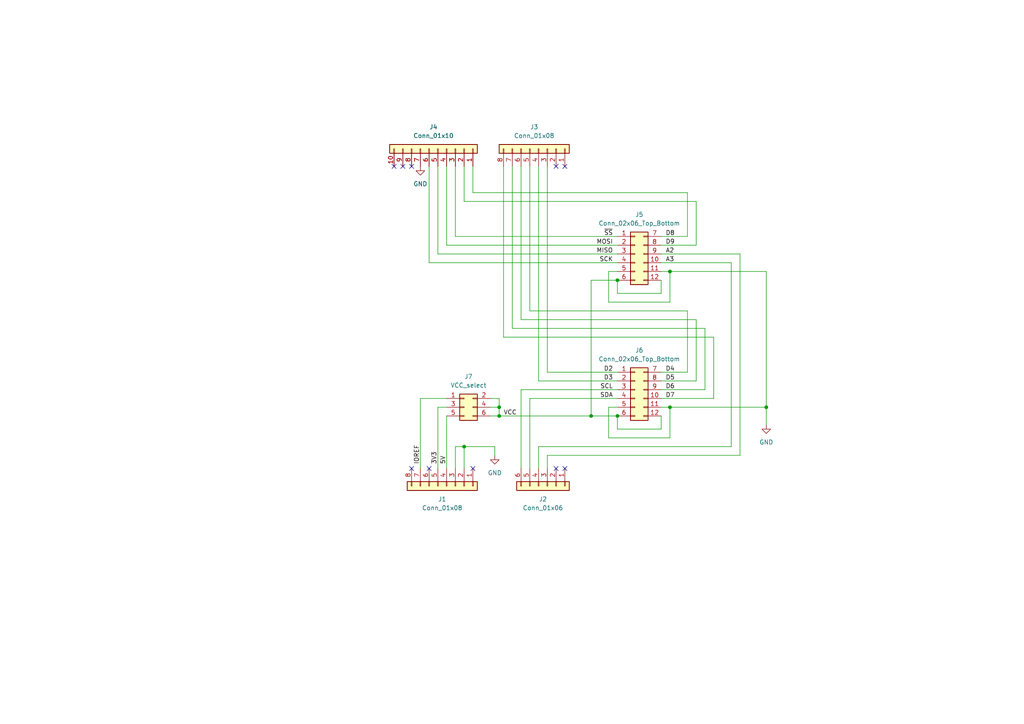
<source format=kicad_sch>
(kicad_sch (version 20211123) (generator eeschema)

  (uuid cce1404b-fc30-47cc-b852-e0061990f2bb)

  (paper "A4")

  (lib_symbols
    (symbol "Connector_Generic:Conn_01x06" (pin_names (offset 1.016) hide) (in_bom yes) (on_board yes)
      (property "Reference" "J" (id 0) (at 0 7.62 0)
        (effects (font (size 1.27 1.27)))
      )
      (property "Value" "Conn_01x06" (id 1) (at 0 -10.16 0)
        (effects (font (size 1.27 1.27)))
      )
      (property "Footprint" "" (id 2) (at 0 0 0)
        (effects (font (size 1.27 1.27)) hide)
      )
      (property "Datasheet" "~" (id 3) (at 0 0 0)
        (effects (font (size 1.27 1.27)) hide)
      )
      (property "ki_keywords" "connector" (id 4) (at 0 0 0)
        (effects (font (size 1.27 1.27)) hide)
      )
      (property "ki_description" "Generic connector, single row, 01x06, script generated (kicad-library-utils/schlib/autogen/connector/)" (id 5) (at 0 0 0)
        (effects (font (size 1.27 1.27)) hide)
      )
      (property "ki_fp_filters" "Connector*:*_1x??_*" (id 6) (at 0 0 0)
        (effects (font (size 1.27 1.27)) hide)
      )
      (symbol "Conn_01x06_1_1"
        (rectangle (start -1.27 -7.493) (end 0 -7.747)
          (stroke (width 0.1524) (type default) (color 0 0 0 0))
          (fill (type none))
        )
        (rectangle (start -1.27 -4.953) (end 0 -5.207)
          (stroke (width 0.1524) (type default) (color 0 0 0 0))
          (fill (type none))
        )
        (rectangle (start -1.27 -2.413) (end 0 -2.667)
          (stroke (width 0.1524) (type default) (color 0 0 0 0))
          (fill (type none))
        )
        (rectangle (start -1.27 0.127) (end 0 -0.127)
          (stroke (width 0.1524) (type default) (color 0 0 0 0))
          (fill (type none))
        )
        (rectangle (start -1.27 2.667) (end 0 2.413)
          (stroke (width 0.1524) (type default) (color 0 0 0 0))
          (fill (type none))
        )
        (rectangle (start -1.27 5.207) (end 0 4.953)
          (stroke (width 0.1524) (type default) (color 0 0 0 0))
          (fill (type none))
        )
        (rectangle (start -1.27 6.35) (end 1.27 -8.89)
          (stroke (width 0.254) (type default) (color 0 0 0 0))
          (fill (type background))
        )
        (pin passive line (at -5.08 5.08 0) (length 3.81)
          (name "Pin_1" (effects (font (size 1.27 1.27))))
          (number "1" (effects (font (size 1.27 1.27))))
        )
        (pin passive line (at -5.08 2.54 0) (length 3.81)
          (name "Pin_2" (effects (font (size 1.27 1.27))))
          (number "2" (effects (font (size 1.27 1.27))))
        )
        (pin passive line (at -5.08 0 0) (length 3.81)
          (name "Pin_3" (effects (font (size 1.27 1.27))))
          (number "3" (effects (font (size 1.27 1.27))))
        )
        (pin passive line (at -5.08 -2.54 0) (length 3.81)
          (name "Pin_4" (effects (font (size 1.27 1.27))))
          (number "4" (effects (font (size 1.27 1.27))))
        )
        (pin passive line (at -5.08 -5.08 0) (length 3.81)
          (name "Pin_5" (effects (font (size 1.27 1.27))))
          (number "5" (effects (font (size 1.27 1.27))))
        )
        (pin passive line (at -5.08 -7.62 0) (length 3.81)
          (name "Pin_6" (effects (font (size 1.27 1.27))))
          (number "6" (effects (font (size 1.27 1.27))))
        )
      )
    )
    (symbol "Connector_Generic:Conn_01x08" (pin_names (offset 1.016) hide) (in_bom yes) (on_board yes)
      (property "Reference" "J" (id 0) (at 0 10.16 0)
        (effects (font (size 1.27 1.27)))
      )
      (property "Value" "Conn_01x08" (id 1) (at 0 -12.7 0)
        (effects (font (size 1.27 1.27)))
      )
      (property "Footprint" "" (id 2) (at 0 0 0)
        (effects (font (size 1.27 1.27)) hide)
      )
      (property "Datasheet" "~" (id 3) (at 0 0 0)
        (effects (font (size 1.27 1.27)) hide)
      )
      (property "ki_keywords" "connector" (id 4) (at 0 0 0)
        (effects (font (size 1.27 1.27)) hide)
      )
      (property "ki_description" "Generic connector, single row, 01x08, script generated (kicad-library-utils/schlib/autogen/connector/)" (id 5) (at 0 0 0)
        (effects (font (size 1.27 1.27)) hide)
      )
      (property "ki_fp_filters" "Connector*:*_1x??_*" (id 6) (at 0 0 0)
        (effects (font (size 1.27 1.27)) hide)
      )
      (symbol "Conn_01x08_1_1"
        (rectangle (start -1.27 -10.033) (end 0 -10.287)
          (stroke (width 0.1524) (type default) (color 0 0 0 0))
          (fill (type none))
        )
        (rectangle (start -1.27 -7.493) (end 0 -7.747)
          (stroke (width 0.1524) (type default) (color 0 0 0 0))
          (fill (type none))
        )
        (rectangle (start -1.27 -4.953) (end 0 -5.207)
          (stroke (width 0.1524) (type default) (color 0 0 0 0))
          (fill (type none))
        )
        (rectangle (start -1.27 -2.413) (end 0 -2.667)
          (stroke (width 0.1524) (type default) (color 0 0 0 0))
          (fill (type none))
        )
        (rectangle (start -1.27 0.127) (end 0 -0.127)
          (stroke (width 0.1524) (type default) (color 0 0 0 0))
          (fill (type none))
        )
        (rectangle (start -1.27 2.667) (end 0 2.413)
          (stroke (width 0.1524) (type default) (color 0 0 0 0))
          (fill (type none))
        )
        (rectangle (start -1.27 5.207) (end 0 4.953)
          (stroke (width 0.1524) (type default) (color 0 0 0 0))
          (fill (type none))
        )
        (rectangle (start -1.27 7.747) (end 0 7.493)
          (stroke (width 0.1524) (type default) (color 0 0 0 0))
          (fill (type none))
        )
        (rectangle (start -1.27 8.89) (end 1.27 -11.43)
          (stroke (width 0.254) (type default) (color 0 0 0 0))
          (fill (type background))
        )
        (pin passive line (at -5.08 7.62 0) (length 3.81)
          (name "Pin_1" (effects (font (size 1.27 1.27))))
          (number "1" (effects (font (size 1.27 1.27))))
        )
        (pin passive line (at -5.08 5.08 0) (length 3.81)
          (name "Pin_2" (effects (font (size 1.27 1.27))))
          (number "2" (effects (font (size 1.27 1.27))))
        )
        (pin passive line (at -5.08 2.54 0) (length 3.81)
          (name "Pin_3" (effects (font (size 1.27 1.27))))
          (number "3" (effects (font (size 1.27 1.27))))
        )
        (pin passive line (at -5.08 0 0) (length 3.81)
          (name "Pin_4" (effects (font (size 1.27 1.27))))
          (number "4" (effects (font (size 1.27 1.27))))
        )
        (pin passive line (at -5.08 -2.54 0) (length 3.81)
          (name "Pin_5" (effects (font (size 1.27 1.27))))
          (number "5" (effects (font (size 1.27 1.27))))
        )
        (pin passive line (at -5.08 -5.08 0) (length 3.81)
          (name "Pin_6" (effects (font (size 1.27 1.27))))
          (number "6" (effects (font (size 1.27 1.27))))
        )
        (pin passive line (at -5.08 -7.62 0) (length 3.81)
          (name "Pin_7" (effects (font (size 1.27 1.27))))
          (number "7" (effects (font (size 1.27 1.27))))
        )
        (pin passive line (at -5.08 -10.16 0) (length 3.81)
          (name "Pin_8" (effects (font (size 1.27 1.27))))
          (number "8" (effects (font (size 1.27 1.27))))
        )
      )
    )
    (symbol "Connector_Generic:Conn_01x10" (pin_names (offset 1.016) hide) (in_bom yes) (on_board yes)
      (property "Reference" "J" (id 0) (at 0 12.7 0)
        (effects (font (size 1.27 1.27)))
      )
      (property "Value" "Conn_01x10" (id 1) (at 0 -15.24 0)
        (effects (font (size 1.27 1.27)))
      )
      (property "Footprint" "" (id 2) (at 0 0 0)
        (effects (font (size 1.27 1.27)) hide)
      )
      (property "Datasheet" "~" (id 3) (at 0 0 0)
        (effects (font (size 1.27 1.27)) hide)
      )
      (property "ki_keywords" "connector" (id 4) (at 0 0 0)
        (effects (font (size 1.27 1.27)) hide)
      )
      (property "ki_description" "Generic connector, single row, 01x10, script generated (kicad-library-utils/schlib/autogen/connector/)" (id 5) (at 0 0 0)
        (effects (font (size 1.27 1.27)) hide)
      )
      (property "ki_fp_filters" "Connector*:*_1x??_*" (id 6) (at 0 0 0)
        (effects (font (size 1.27 1.27)) hide)
      )
      (symbol "Conn_01x10_1_1"
        (rectangle (start -1.27 -12.573) (end 0 -12.827)
          (stroke (width 0.1524) (type default) (color 0 0 0 0))
          (fill (type none))
        )
        (rectangle (start -1.27 -10.033) (end 0 -10.287)
          (stroke (width 0.1524) (type default) (color 0 0 0 0))
          (fill (type none))
        )
        (rectangle (start -1.27 -7.493) (end 0 -7.747)
          (stroke (width 0.1524) (type default) (color 0 0 0 0))
          (fill (type none))
        )
        (rectangle (start -1.27 -4.953) (end 0 -5.207)
          (stroke (width 0.1524) (type default) (color 0 0 0 0))
          (fill (type none))
        )
        (rectangle (start -1.27 -2.413) (end 0 -2.667)
          (stroke (width 0.1524) (type default) (color 0 0 0 0))
          (fill (type none))
        )
        (rectangle (start -1.27 0.127) (end 0 -0.127)
          (stroke (width 0.1524) (type default) (color 0 0 0 0))
          (fill (type none))
        )
        (rectangle (start -1.27 2.667) (end 0 2.413)
          (stroke (width 0.1524) (type default) (color 0 0 0 0))
          (fill (type none))
        )
        (rectangle (start -1.27 5.207) (end 0 4.953)
          (stroke (width 0.1524) (type default) (color 0 0 0 0))
          (fill (type none))
        )
        (rectangle (start -1.27 7.747) (end 0 7.493)
          (stroke (width 0.1524) (type default) (color 0 0 0 0))
          (fill (type none))
        )
        (rectangle (start -1.27 10.287) (end 0 10.033)
          (stroke (width 0.1524) (type default) (color 0 0 0 0))
          (fill (type none))
        )
        (rectangle (start -1.27 11.43) (end 1.27 -13.97)
          (stroke (width 0.254) (type default) (color 0 0 0 0))
          (fill (type background))
        )
        (pin passive line (at -5.08 10.16 0) (length 3.81)
          (name "Pin_1" (effects (font (size 1.27 1.27))))
          (number "1" (effects (font (size 1.27 1.27))))
        )
        (pin passive line (at -5.08 -12.7 0) (length 3.81)
          (name "Pin_10" (effects (font (size 1.27 1.27))))
          (number "10" (effects (font (size 1.27 1.27))))
        )
        (pin passive line (at -5.08 7.62 0) (length 3.81)
          (name "Pin_2" (effects (font (size 1.27 1.27))))
          (number "2" (effects (font (size 1.27 1.27))))
        )
        (pin passive line (at -5.08 5.08 0) (length 3.81)
          (name "Pin_3" (effects (font (size 1.27 1.27))))
          (number "3" (effects (font (size 1.27 1.27))))
        )
        (pin passive line (at -5.08 2.54 0) (length 3.81)
          (name "Pin_4" (effects (font (size 1.27 1.27))))
          (number "4" (effects (font (size 1.27 1.27))))
        )
        (pin passive line (at -5.08 0 0) (length 3.81)
          (name "Pin_5" (effects (font (size 1.27 1.27))))
          (number "5" (effects (font (size 1.27 1.27))))
        )
        (pin passive line (at -5.08 -2.54 0) (length 3.81)
          (name "Pin_6" (effects (font (size 1.27 1.27))))
          (number "6" (effects (font (size 1.27 1.27))))
        )
        (pin passive line (at -5.08 -5.08 0) (length 3.81)
          (name "Pin_7" (effects (font (size 1.27 1.27))))
          (number "7" (effects (font (size 1.27 1.27))))
        )
        (pin passive line (at -5.08 -7.62 0) (length 3.81)
          (name "Pin_8" (effects (font (size 1.27 1.27))))
          (number "8" (effects (font (size 1.27 1.27))))
        )
        (pin passive line (at -5.08 -10.16 0) (length 3.81)
          (name "Pin_9" (effects (font (size 1.27 1.27))))
          (number "9" (effects (font (size 1.27 1.27))))
        )
      )
    )
    (symbol "Connector_Generic:Conn_02x03_Odd_Even" (pin_names (offset 1.016) hide) (in_bom yes) (on_board yes)
      (property "Reference" "J" (id 0) (at 1.27 5.08 0)
        (effects (font (size 1.27 1.27)))
      )
      (property "Value" "Conn_02x03_Odd_Even" (id 1) (at 1.27 -5.08 0)
        (effects (font (size 1.27 1.27)))
      )
      (property "Footprint" "" (id 2) (at 0 0 0)
        (effects (font (size 1.27 1.27)) hide)
      )
      (property "Datasheet" "~" (id 3) (at 0 0 0)
        (effects (font (size 1.27 1.27)) hide)
      )
      (property "ki_keywords" "connector" (id 4) (at 0 0 0)
        (effects (font (size 1.27 1.27)) hide)
      )
      (property "ki_description" "Generic connector, double row, 02x03, odd/even pin numbering scheme (row 1 odd numbers, row 2 even numbers), script generated (kicad-library-utils/schlib/autogen/connector/)" (id 5) (at 0 0 0)
        (effects (font (size 1.27 1.27)) hide)
      )
      (property "ki_fp_filters" "Connector*:*_2x??_*" (id 6) (at 0 0 0)
        (effects (font (size 1.27 1.27)) hide)
      )
      (symbol "Conn_02x03_Odd_Even_1_1"
        (rectangle (start -1.27 -2.413) (end 0 -2.667)
          (stroke (width 0.1524) (type default) (color 0 0 0 0))
          (fill (type none))
        )
        (rectangle (start -1.27 0.127) (end 0 -0.127)
          (stroke (width 0.1524) (type default) (color 0 0 0 0))
          (fill (type none))
        )
        (rectangle (start -1.27 2.667) (end 0 2.413)
          (stroke (width 0.1524) (type default) (color 0 0 0 0))
          (fill (type none))
        )
        (rectangle (start -1.27 3.81) (end 3.81 -3.81)
          (stroke (width 0.254) (type default) (color 0 0 0 0))
          (fill (type background))
        )
        (rectangle (start 3.81 -2.413) (end 2.54 -2.667)
          (stroke (width 0.1524) (type default) (color 0 0 0 0))
          (fill (type none))
        )
        (rectangle (start 3.81 0.127) (end 2.54 -0.127)
          (stroke (width 0.1524) (type default) (color 0 0 0 0))
          (fill (type none))
        )
        (rectangle (start 3.81 2.667) (end 2.54 2.413)
          (stroke (width 0.1524) (type default) (color 0 0 0 0))
          (fill (type none))
        )
        (pin passive line (at -5.08 2.54 0) (length 3.81)
          (name "Pin_1" (effects (font (size 1.27 1.27))))
          (number "1" (effects (font (size 1.27 1.27))))
        )
        (pin passive line (at 7.62 2.54 180) (length 3.81)
          (name "Pin_2" (effects (font (size 1.27 1.27))))
          (number "2" (effects (font (size 1.27 1.27))))
        )
        (pin passive line (at -5.08 0 0) (length 3.81)
          (name "Pin_3" (effects (font (size 1.27 1.27))))
          (number "3" (effects (font (size 1.27 1.27))))
        )
        (pin passive line (at 7.62 0 180) (length 3.81)
          (name "Pin_4" (effects (font (size 1.27 1.27))))
          (number "4" (effects (font (size 1.27 1.27))))
        )
        (pin passive line (at -5.08 -2.54 0) (length 3.81)
          (name "Pin_5" (effects (font (size 1.27 1.27))))
          (number "5" (effects (font (size 1.27 1.27))))
        )
        (pin passive line (at 7.62 -2.54 180) (length 3.81)
          (name "Pin_6" (effects (font (size 1.27 1.27))))
          (number "6" (effects (font (size 1.27 1.27))))
        )
      )
    )
    (symbol "Connector_Generic:Conn_02x06_Top_Bottom" (pin_names (offset 1.016) hide) (in_bom yes) (on_board yes)
      (property "Reference" "J" (id 0) (at 1.27 7.62 0)
        (effects (font (size 1.27 1.27)))
      )
      (property "Value" "Conn_02x06_Top_Bottom" (id 1) (at 1.27 -10.16 0)
        (effects (font (size 1.27 1.27)))
      )
      (property "Footprint" "" (id 2) (at 0 0 0)
        (effects (font (size 1.27 1.27)) hide)
      )
      (property "Datasheet" "~" (id 3) (at 0 0 0)
        (effects (font (size 1.27 1.27)) hide)
      )
      (property "ki_keywords" "connector" (id 4) (at 0 0 0)
        (effects (font (size 1.27 1.27)) hide)
      )
      (property "ki_description" "Generic connector, double row, 02x06, top/bottom pin numbering scheme (row 1: 1...pins_per_row, row2: pins_per_row+1 ... num_pins), script generated (kicad-library-utils/schlib/autogen/connector/)" (id 5) (at 0 0 0)
        (effects (font (size 1.27 1.27)) hide)
      )
      (property "ki_fp_filters" "Connector*:*_2x??_*" (id 6) (at 0 0 0)
        (effects (font (size 1.27 1.27)) hide)
      )
      (symbol "Conn_02x06_Top_Bottom_1_1"
        (rectangle (start -1.27 -7.493) (end 0 -7.747)
          (stroke (width 0.1524) (type default) (color 0 0 0 0))
          (fill (type none))
        )
        (rectangle (start -1.27 -4.953) (end 0 -5.207)
          (stroke (width 0.1524) (type default) (color 0 0 0 0))
          (fill (type none))
        )
        (rectangle (start -1.27 -2.413) (end 0 -2.667)
          (stroke (width 0.1524) (type default) (color 0 0 0 0))
          (fill (type none))
        )
        (rectangle (start -1.27 0.127) (end 0 -0.127)
          (stroke (width 0.1524) (type default) (color 0 0 0 0))
          (fill (type none))
        )
        (rectangle (start -1.27 2.667) (end 0 2.413)
          (stroke (width 0.1524) (type default) (color 0 0 0 0))
          (fill (type none))
        )
        (rectangle (start -1.27 5.207) (end 0 4.953)
          (stroke (width 0.1524) (type default) (color 0 0 0 0))
          (fill (type none))
        )
        (rectangle (start -1.27 6.35) (end 3.81 -8.89)
          (stroke (width 0.254) (type default) (color 0 0 0 0))
          (fill (type background))
        )
        (rectangle (start 3.81 -7.493) (end 2.54 -7.747)
          (stroke (width 0.1524) (type default) (color 0 0 0 0))
          (fill (type none))
        )
        (rectangle (start 3.81 -4.953) (end 2.54 -5.207)
          (stroke (width 0.1524) (type default) (color 0 0 0 0))
          (fill (type none))
        )
        (rectangle (start 3.81 -2.413) (end 2.54 -2.667)
          (stroke (width 0.1524) (type default) (color 0 0 0 0))
          (fill (type none))
        )
        (rectangle (start 3.81 0.127) (end 2.54 -0.127)
          (stroke (width 0.1524) (type default) (color 0 0 0 0))
          (fill (type none))
        )
        (rectangle (start 3.81 2.667) (end 2.54 2.413)
          (stroke (width 0.1524) (type default) (color 0 0 0 0))
          (fill (type none))
        )
        (rectangle (start 3.81 5.207) (end 2.54 4.953)
          (stroke (width 0.1524) (type default) (color 0 0 0 0))
          (fill (type none))
        )
        (pin passive line (at -5.08 5.08 0) (length 3.81)
          (name "Pin_1" (effects (font (size 1.27 1.27))))
          (number "1" (effects (font (size 1.27 1.27))))
        )
        (pin passive line (at 7.62 -2.54 180) (length 3.81)
          (name "Pin_10" (effects (font (size 1.27 1.27))))
          (number "10" (effects (font (size 1.27 1.27))))
        )
        (pin passive line (at 7.62 -5.08 180) (length 3.81)
          (name "Pin_11" (effects (font (size 1.27 1.27))))
          (number "11" (effects (font (size 1.27 1.27))))
        )
        (pin passive line (at 7.62 -7.62 180) (length 3.81)
          (name "Pin_12" (effects (font (size 1.27 1.27))))
          (number "12" (effects (font (size 1.27 1.27))))
        )
        (pin passive line (at -5.08 2.54 0) (length 3.81)
          (name "Pin_2" (effects (font (size 1.27 1.27))))
          (number "2" (effects (font (size 1.27 1.27))))
        )
        (pin passive line (at -5.08 0 0) (length 3.81)
          (name "Pin_3" (effects (font (size 1.27 1.27))))
          (number "3" (effects (font (size 1.27 1.27))))
        )
        (pin passive line (at -5.08 -2.54 0) (length 3.81)
          (name "Pin_4" (effects (font (size 1.27 1.27))))
          (number "4" (effects (font (size 1.27 1.27))))
        )
        (pin passive line (at -5.08 -5.08 0) (length 3.81)
          (name "Pin_5" (effects (font (size 1.27 1.27))))
          (number "5" (effects (font (size 1.27 1.27))))
        )
        (pin passive line (at -5.08 -7.62 0) (length 3.81)
          (name "Pin_6" (effects (font (size 1.27 1.27))))
          (number "6" (effects (font (size 1.27 1.27))))
        )
        (pin passive line (at 7.62 5.08 180) (length 3.81)
          (name "Pin_7" (effects (font (size 1.27 1.27))))
          (number "7" (effects (font (size 1.27 1.27))))
        )
        (pin passive line (at 7.62 2.54 180) (length 3.81)
          (name "Pin_8" (effects (font (size 1.27 1.27))))
          (number "8" (effects (font (size 1.27 1.27))))
        )
        (pin passive line (at 7.62 0 180) (length 3.81)
          (name "Pin_9" (effects (font (size 1.27 1.27))))
          (number "9" (effects (font (size 1.27 1.27))))
        )
      )
    )
    (symbol "power:GND" (power) (pin_names (offset 0)) (in_bom yes) (on_board yes)
      (property "Reference" "#PWR" (id 0) (at 0 -6.35 0)
        (effects (font (size 1.27 1.27)) hide)
      )
      (property "Value" "GND" (id 1) (at 0 -3.81 0)
        (effects (font (size 1.27 1.27)))
      )
      (property "Footprint" "" (id 2) (at 0 0 0)
        (effects (font (size 1.27 1.27)) hide)
      )
      (property "Datasheet" "" (id 3) (at 0 0 0)
        (effects (font (size 1.27 1.27)) hide)
      )
      (property "ki_keywords" "power-flag" (id 4) (at 0 0 0)
        (effects (font (size 1.27 1.27)) hide)
      )
      (property "ki_description" "Power symbol creates a global label with name \"GND\" , ground" (id 5) (at 0 0 0)
        (effects (font (size 1.27 1.27)) hide)
      )
      (symbol "GND_0_1"
        (polyline
          (pts
            (xy 0 0)
            (xy 0 -1.27)
            (xy 1.27 -1.27)
            (xy 0 -2.54)
            (xy -1.27 -1.27)
            (xy 0 -1.27)
          )
          (stroke (width 0) (type default) (color 0 0 0 0))
          (fill (type none))
        )
      )
      (symbol "GND_1_1"
        (pin power_in line (at 0 0 270) (length 0) hide
          (name "GND" (effects (font (size 1.27 1.27))))
          (number "1" (effects (font (size 1.27 1.27))))
        )
      )
    )
  )

  (junction (at 134.62 129.54) (diameter 0) (color 0 0 0 0)
    (uuid 0a4c66b5-d1e2-410a-8632-779ab741bdd7)
  )
  (junction (at 179.07 81.28) (diameter 0) (color 0 0 0 0)
    (uuid 2e6026be-6895-4b41-87bb-b839d1e6ee4b)
  )
  (junction (at 171.45 120.65) (diameter 0) (color 0 0 0 0)
    (uuid 533e4f77-bb33-4763-906b-28eacea04232)
  )
  (junction (at 144.78 118.11) (diameter 0) (color 0 0 0 0)
    (uuid 5af92119-6154-4a27-b328-f5de43b8c888)
  )
  (junction (at 179.07 120.65) (diameter 0) (color 0 0 0 0)
    (uuid 64683c59-8fda-40dc-863c-914bdf84469c)
  )
  (junction (at 144.78 120.65) (diameter 0) (color 0 0 0 0)
    (uuid 83e4408a-d319-4d8c-ab6f-e9ee37bf319d)
  )
  (junction (at 194.31 78.74) (diameter 0) (color 0 0 0 0)
    (uuid abbf7832-d890-4f60-96b7-45b57d947afa)
  )
  (junction (at 222.25 118.11) (diameter 0) (color 0 0 0 0)
    (uuid e31416e4-e1cd-493b-b93d-e0afb0abf9a2)
  )
  (junction (at 194.31 118.11) (diameter 0) (color 0 0 0 0)
    (uuid f8115bb8-9774-4744-b780-f07359d2434d)
  )

  (no_connect (at 161.29 48.26) (uuid 5910ed7b-62d1-4bab-a677-438437bfd8bc))
  (no_connect (at 163.83 48.26) (uuid 5910ed7b-62d1-4bab-a677-438437bfd8bc))
  (no_connect (at 119.38 48.26) (uuid 5910ed7b-62d1-4bab-a677-438437bfd8bc))
  (no_connect (at 116.84 48.26) (uuid 5910ed7b-62d1-4bab-a677-438437bfd8bc))
  (no_connect (at 114.3 48.26) (uuid 5910ed7b-62d1-4bab-a677-438437bfd8bc))
  (no_connect (at 119.38 135.89) (uuid 5910ed7b-62d1-4bab-a677-438437bfd8bc))
  (no_connect (at 124.46 135.89) (uuid 5910ed7b-62d1-4bab-a677-438437bfd8bc))
  (no_connect (at 161.29 135.89) (uuid 5910ed7b-62d1-4bab-a677-438437bfd8bc))
  (no_connect (at 163.83 135.89) (uuid 5910ed7b-62d1-4bab-a677-438437bfd8bc))
  (no_connect (at 137.16 135.89) (uuid 5910ed7b-62d1-4bab-a677-438437bfd8bc))

  (wire (pts (xy 142.24 120.65) (xy 144.78 120.65))
    (stroke (width 0) (type default) (color 0 0 0 0))
    (uuid 0435aed1-3a69-44a8-a084-104c925e8e72)
  )
  (wire (pts (xy 201.93 71.12) (xy 191.77 71.12))
    (stroke (width 0) (type default) (color 0 0 0 0))
    (uuid 0976eb55-0c2b-46fd-b8d1-2e6b57ce4fd4)
  )
  (wire (pts (xy 179.07 113.03) (xy 151.13 113.03))
    (stroke (width 0) (type default) (color 0 0 0 0))
    (uuid 0ed11af5-0934-43bf-b32a-17d5b78ef9bf)
  )
  (wire (pts (xy 146.05 97.79) (xy 207.01 97.79))
    (stroke (width 0) (type default) (color 0 0 0 0))
    (uuid 0f7aa006-d491-44af-bee7-06a3dd6f0a93)
  )
  (wire (pts (xy 146.05 48.26) (xy 146.05 97.79))
    (stroke (width 0) (type default) (color 0 0 0 0))
    (uuid 106a043b-6609-463f-851f-c0933d660f76)
  )
  (wire (pts (xy 191.77 76.2) (xy 212.09 76.2))
    (stroke (width 0) (type default) (color 0 0 0 0))
    (uuid 1139daab-1b9a-4bf9-8bbc-4698889e2f9b)
  )
  (wire (pts (xy 129.54 71.12) (xy 179.07 71.12))
    (stroke (width 0) (type default) (color 0 0 0 0))
    (uuid 1198f596-4a45-4a7a-92a7-38aae04da4aa)
  )
  (wire (pts (xy 199.39 90.17) (xy 153.67 90.17))
    (stroke (width 0) (type default) (color 0 0 0 0))
    (uuid 1a4e5e24-d0e7-446c-b969-2e42467376f2)
  )
  (wire (pts (xy 207.01 115.57) (xy 191.77 115.57))
    (stroke (width 0) (type default) (color 0 0 0 0))
    (uuid 1c58daa4-bef1-4307-a433-49ca4ad909cb)
  )
  (wire (pts (xy 204.47 113.03) (xy 191.77 113.03))
    (stroke (width 0) (type default) (color 0 0 0 0))
    (uuid 2e9a27c5-2eee-469d-8701-8440f039bf7c)
  )
  (wire (pts (xy 176.53 87.63) (xy 194.31 87.63))
    (stroke (width 0) (type default) (color 0 0 0 0))
    (uuid 33526ec6-7e3d-4df5-8915-6474fba9605b)
  )
  (wire (pts (xy 132.08 48.26) (xy 132.08 68.58))
    (stroke (width 0) (type default) (color 0 0 0 0))
    (uuid 366c4971-c9f8-4584-9858-4f05930236f2)
  )
  (wire (pts (xy 129.54 48.26) (xy 129.54 71.12))
    (stroke (width 0) (type default) (color 0 0 0 0))
    (uuid 38324222-ebdd-4e06-abe7-ddc1210fdee3)
  )
  (wire (pts (xy 148.59 48.26) (xy 148.59 95.25))
    (stroke (width 0) (type default) (color 0 0 0 0))
    (uuid 389e7c27-04a7-47dc-b68e-dac4855d2e83)
  )
  (wire (pts (xy 156.21 129.54) (xy 156.21 135.89))
    (stroke (width 0) (type default) (color 0 0 0 0))
    (uuid 397a384d-3bf5-4755-9ec7-b4f6a21a6156)
  )
  (wire (pts (xy 134.62 129.54) (xy 132.08 129.54))
    (stroke (width 0) (type default) (color 0 0 0 0))
    (uuid 3ab016b2-1943-438b-89f1-376ad19058ca)
  )
  (wire (pts (xy 142.24 115.57) (xy 144.78 115.57))
    (stroke (width 0) (type default) (color 0 0 0 0))
    (uuid 3c4030fa-a3e9-4087-8b2a-7109b10bab44)
  )
  (wire (pts (xy 129.54 115.57) (xy 121.92 115.57))
    (stroke (width 0) (type default) (color 0 0 0 0))
    (uuid 3c5dfbe4-b5d1-40e3-a4cb-1121b880172a)
  )
  (wire (pts (xy 151.13 92.71) (xy 201.93 92.71))
    (stroke (width 0) (type default) (color 0 0 0 0))
    (uuid 3d10832c-3973-4b63-ac51-4fb1e625de65)
  )
  (wire (pts (xy 143.51 129.54) (xy 134.62 129.54))
    (stroke (width 0) (type default) (color 0 0 0 0))
    (uuid 3d648598-47a1-43c2-8af1-250701a57c26)
  )
  (wire (pts (xy 132.08 129.54) (xy 132.08 135.89))
    (stroke (width 0) (type default) (color 0 0 0 0))
    (uuid 49ac042a-f781-4b47-81ff-5b683064082d)
  )
  (wire (pts (xy 171.45 81.28) (xy 171.45 120.65))
    (stroke (width 0) (type default) (color 0 0 0 0))
    (uuid 4db3d835-759e-428d-8c7d-7360ec0f8969)
  )
  (wire (pts (xy 191.77 78.74) (xy 194.31 78.74))
    (stroke (width 0) (type default) (color 0 0 0 0))
    (uuid 4f01f5c6-e2cf-4e15-bf85-d85fd47ea8ee)
  )
  (wire (pts (xy 153.67 48.26) (xy 153.67 90.17))
    (stroke (width 0) (type default) (color 0 0 0 0))
    (uuid 51b5773d-3c81-45d5-b7a7-3526577ae096)
  )
  (wire (pts (xy 144.78 120.65) (xy 171.45 120.65))
    (stroke (width 0) (type default) (color 0 0 0 0))
    (uuid 53d4bf7d-b37a-4d85-acf6-ab269d817f83)
  )
  (wire (pts (xy 191.77 118.11) (xy 194.31 118.11))
    (stroke (width 0) (type default) (color 0 0 0 0))
    (uuid 53d97fc1-e5e0-49e4-b136-d752f7560f2f)
  )
  (wire (pts (xy 127 73.66) (xy 179.07 73.66))
    (stroke (width 0) (type default) (color 0 0 0 0))
    (uuid 59ed8af0-a823-4780-ab52-6ec1f226ef60)
  )
  (wire (pts (xy 148.59 95.25) (xy 204.47 95.25))
    (stroke (width 0) (type default) (color 0 0 0 0))
    (uuid 5ac7f7b6-963b-4862-9d2c-9c9a73ea435b)
  )
  (wire (pts (xy 158.75 107.95) (xy 179.07 107.95))
    (stroke (width 0) (type default) (color 0 0 0 0))
    (uuid 5e7434f4-731e-4b81-b192-1b565e5329f8)
  )
  (wire (pts (xy 191.77 73.66) (xy 214.63 73.66))
    (stroke (width 0) (type default) (color 0 0 0 0))
    (uuid 604d893e-380a-42df-9481-6724dc67b540)
  )
  (wire (pts (xy 134.62 129.54) (xy 134.62 135.89))
    (stroke (width 0) (type default) (color 0 0 0 0))
    (uuid 6089dfc3-89e5-4a27-9136-b53f1bb06bcd)
  )
  (wire (pts (xy 194.31 127) (xy 176.53 127))
    (stroke (width 0) (type default) (color 0 0 0 0))
    (uuid 61d129a6-6c04-45a0-8515-79a6863634f8)
  )
  (wire (pts (xy 191.77 120.65) (xy 191.77 124.46))
    (stroke (width 0) (type default) (color 0 0 0 0))
    (uuid 67e317d7-75c3-4f6e-9cfa-dc94088d3c8c)
  )
  (wire (pts (xy 144.78 115.57) (xy 144.78 118.11))
    (stroke (width 0) (type default) (color 0 0 0 0))
    (uuid 6b1ddb24-a39e-426b-ba8a-f945f080f62f)
  )
  (wire (pts (xy 194.31 118.11) (xy 194.31 127))
    (stroke (width 0) (type default) (color 0 0 0 0))
    (uuid 6b5f4820-4c07-4d91-bc21-53c55b6e6d80)
  )
  (wire (pts (xy 153.67 115.57) (xy 153.67 135.89))
    (stroke (width 0) (type default) (color 0 0 0 0))
    (uuid 6cf51770-4935-4ed1-b88c-74457ccee86d)
  )
  (wire (pts (xy 191.77 85.09) (xy 191.77 81.28))
    (stroke (width 0) (type default) (color 0 0 0 0))
    (uuid 6d21fa04-794c-4dd7-a201-b09f1a8b994b)
  )
  (wire (pts (xy 204.47 95.25) (xy 204.47 113.03))
    (stroke (width 0) (type default) (color 0 0 0 0))
    (uuid 6f55272b-7a50-4bad-94ac-c47bb3c87877)
  )
  (wire (pts (xy 137.16 55.88) (xy 199.39 55.88))
    (stroke (width 0) (type default) (color 0 0 0 0))
    (uuid 7270a796-583b-4b37-89ba-e853baeb6885)
  )
  (wire (pts (xy 156.21 48.26) (xy 156.21 110.49))
    (stroke (width 0) (type default) (color 0 0 0 0))
    (uuid 75df629a-3f4a-4e4f-814a-cfb080e4c7f6)
  )
  (wire (pts (xy 199.39 90.17) (xy 199.39 107.95))
    (stroke (width 0) (type default) (color 0 0 0 0))
    (uuid 7795e6a8-8266-4c47-a72f-fc0f44cf000c)
  )
  (wire (pts (xy 191.77 124.46) (xy 179.07 124.46))
    (stroke (width 0) (type default) (color 0 0 0 0))
    (uuid 798525e1-66d5-4573-b601-6fd38153337f)
  )
  (wire (pts (xy 179.07 81.28) (xy 179.07 85.09))
    (stroke (width 0) (type default) (color 0 0 0 0))
    (uuid 7aa5db99-c5ee-4da4-a65d-357a6f0201a7)
  )
  (wire (pts (xy 199.39 68.58) (xy 191.77 68.58))
    (stroke (width 0) (type default) (color 0 0 0 0))
    (uuid 7b84a2bf-e244-4ed7-89c3-764dd896588f)
  )
  (wire (pts (xy 194.31 78.74) (xy 222.25 78.74))
    (stroke (width 0) (type default) (color 0 0 0 0))
    (uuid 7f133942-9dff-4393-a25f-fd2960dd2d7a)
  )
  (wire (pts (xy 194.31 87.63) (xy 194.31 78.74))
    (stroke (width 0) (type default) (color 0 0 0 0))
    (uuid 80504b6d-4410-4adc-b98c-e24845affdcf)
  )
  (wire (pts (xy 214.63 73.66) (xy 214.63 132.08))
    (stroke (width 0) (type default) (color 0 0 0 0))
    (uuid 81c2aa2f-4e3b-41b0-b191-d0475c0e4727)
  )
  (wire (pts (xy 124.46 76.2) (xy 179.07 76.2))
    (stroke (width 0) (type default) (color 0 0 0 0))
    (uuid 82ad8321-b020-470b-b9d2-192c1fa69192)
  )
  (wire (pts (xy 176.53 87.63) (xy 176.53 78.74))
    (stroke (width 0) (type default) (color 0 0 0 0))
    (uuid 8c345335-f677-4f36-9864-5595288af245)
  )
  (wire (pts (xy 214.63 132.08) (xy 158.75 132.08))
    (stroke (width 0) (type default) (color 0 0 0 0))
    (uuid 8fa7dfa4-765a-495f-b972-02e930d951cc)
  )
  (wire (pts (xy 201.93 92.71) (xy 201.93 110.49))
    (stroke (width 0) (type default) (color 0 0 0 0))
    (uuid 97fe7e6d-a147-4fe7-be1c-4fe9c5595c3f)
  )
  (wire (pts (xy 129.54 118.11) (xy 127 118.11))
    (stroke (width 0) (type default) (color 0 0 0 0))
    (uuid 987cfb4c-17de-4bd7-a7f4-349ed3d6c573)
  )
  (wire (pts (xy 127 118.11) (xy 127 135.89))
    (stroke (width 0) (type default) (color 0 0 0 0))
    (uuid 9db0efa1-7233-4dc8-ba26-39ad2b489627)
  )
  (wire (pts (xy 194.31 118.11) (xy 222.25 118.11))
    (stroke (width 0) (type default) (color 0 0 0 0))
    (uuid a14cec84-88cc-41da-86ad-e3fa2affd4c6)
  )
  (wire (pts (xy 201.93 58.42) (xy 201.93 71.12))
    (stroke (width 0) (type default) (color 0 0 0 0))
    (uuid a52dfe62-a5db-4855-ba4b-e62497acfeb8)
  )
  (wire (pts (xy 134.62 58.42) (xy 201.93 58.42))
    (stroke (width 0) (type default) (color 0 0 0 0))
    (uuid ab6e9a8f-cd26-4df2-85d5-0fd93c85398d)
  )
  (wire (pts (xy 144.78 118.11) (xy 144.78 120.65))
    (stroke (width 0) (type default) (color 0 0 0 0))
    (uuid acef7839-789e-4bcb-95ed-3c5a1d91e834)
  )
  (wire (pts (xy 176.53 78.74) (xy 179.07 78.74))
    (stroke (width 0) (type default) (color 0 0 0 0))
    (uuid ad71c4b4-08a2-4897-8bd9-15798d0a0feb)
  )
  (wire (pts (xy 137.16 48.26) (xy 137.16 55.88))
    (stroke (width 0) (type default) (color 0 0 0 0))
    (uuid adb26df8-2299-4f81-a09a-745fd2c81ffb)
  )
  (wire (pts (xy 176.53 118.11) (xy 179.07 118.11))
    (stroke (width 0) (type default) (color 0 0 0 0))
    (uuid b0a33c63-bdbc-4c98-9f51-4ec34b22f8d4)
  )
  (wire (pts (xy 121.92 115.57) (xy 121.92 135.89))
    (stroke (width 0) (type default) (color 0 0 0 0))
    (uuid b35bd12f-449e-4bec-81bd-420803e46dd0)
  )
  (wire (pts (xy 222.25 118.11) (xy 222.25 123.19))
    (stroke (width 0) (type default) (color 0 0 0 0))
    (uuid b7fed4bb-b675-40e3-b4a6-be3c7e286092)
  )
  (wire (pts (xy 124.46 48.26) (xy 124.46 76.2))
    (stroke (width 0) (type default) (color 0 0 0 0))
    (uuid b8da587b-bb1d-45a9-a29f-0728de481dc5)
  )
  (wire (pts (xy 132.08 68.58) (xy 179.07 68.58))
    (stroke (width 0) (type default) (color 0 0 0 0))
    (uuid b9af5414-8e6c-4ad2-a110-0330f9c0b453)
  )
  (wire (pts (xy 127 48.26) (xy 127 73.66))
    (stroke (width 0) (type default) (color 0 0 0 0))
    (uuid be46ca48-82b8-4e4d-ad49-15a4613afd84)
  )
  (wire (pts (xy 143.51 132.08) (xy 143.51 129.54))
    (stroke (width 0) (type default) (color 0 0 0 0))
    (uuid be734bfb-7c8d-4660-be3e-7bbe254cb71a)
  )
  (wire (pts (xy 199.39 55.88) (xy 199.39 68.58))
    (stroke (width 0) (type default) (color 0 0 0 0))
    (uuid bfda27a9-3abb-4ce4-ad4b-7d60417a2c96)
  )
  (wire (pts (xy 191.77 110.49) (xy 201.93 110.49))
    (stroke (width 0) (type default) (color 0 0 0 0))
    (uuid c736112c-9fb5-4a7e-b23d-97c1de3143be)
  )
  (wire (pts (xy 176.53 127) (xy 176.53 118.11))
    (stroke (width 0) (type default) (color 0 0 0 0))
    (uuid c7f565f2-d98d-4ca0-a240-881850a85df2)
  )
  (wire (pts (xy 151.13 48.26) (xy 151.13 92.71))
    (stroke (width 0) (type default) (color 0 0 0 0))
    (uuid cfa7f341-4604-451e-b736-a09b6a441ed5)
  )
  (wire (pts (xy 179.07 115.57) (xy 153.67 115.57))
    (stroke (width 0) (type default) (color 0 0 0 0))
    (uuid cff42663-deef-4571-bca4-0e9d38b52f7e)
  )
  (wire (pts (xy 158.75 48.26) (xy 158.75 107.95))
    (stroke (width 0) (type default) (color 0 0 0 0))
    (uuid d0db25d4-f521-4fed-9818-bf756a7a2a26)
  )
  (wire (pts (xy 179.07 120.65) (xy 179.07 124.46))
    (stroke (width 0) (type default) (color 0 0 0 0))
    (uuid d5c137c7-afc4-45da-aebf-8cbc0e04c365)
  )
  (wire (pts (xy 207.01 97.79) (xy 207.01 115.57))
    (stroke (width 0) (type default) (color 0 0 0 0))
    (uuid dbd5314d-3ca0-4061-b4c2-be3c3555caa7)
  )
  (wire (pts (xy 129.54 120.65) (xy 129.54 135.89))
    (stroke (width 0) (type default) (color 0 0 0 0))
    (uuid df443858-d6bb-4ffd-9867-393209c2c017)
  )
  (wire (pts (xy 212.09 76.2) (xy 212.09 129.54))
    (stroke (width 0) (type default) (color 0 0 0 0))
    (uuid e649f43f-c3ef-4d8a-ab4d-6775b39aa4c5)
  )
  (wire (pts (xy 179.07 81.28) (xy 171.45 81.28))
    (stroke (width 0) (type default) (color 0 0 0 0))
    (uuid e6c63ee2-7af0-4f94-b403-d3dd307d5adc)
  )
  (wire (pts (xy 199.39 107.95) (xy 191.77 107.95))
    (stroke (width 0) (type default) (color 0 0 0 0))
    (uuid ebacbf46-2390-4c20-9e23-61a43f2aff06)
  )
  (wire (pts (xy 158.75 132.08) (xy 158.75 135.89))
    (stroke (width 0) (type default) (color 0 0 0 0))
    (uuid ec0d7df9-f0a9-4299-b264-ed93c41eced5)
  )
  (wire (pts (xy 142.24 118.11) (xy 144.78 118.11))
    (stroke (width 0) (type default) (color 0 0 0 0))
    (uuid f18594e5-9b5b-490f-bc42-520ead644456)
  )
  (wire (pts (xy 156.21 110.49) (xy 179.07 110.49))
    (stroke (width 0) (type default) (color 0 0 0 0))
    (uuid f25cdced-f62c-4467-8955-1321d3f27595)
  )
  (wire (pts (xy 171.45 120.65) (xy 179.07 120.65))
    (stroke (width 0) (type default) (color 0 0 0 0))
    (uuid f3b1682f-8d33-4bc0-90b4-ec73ce05b303)
  )
  (wire (pts (xy 179.07 85.09) (xy 191.77 85.09))
    (stroke (width 0) (type default) (color 0 0 0 0))
    (uuid f7930a64-67bb-4402-941e-f24fdfa498cc)
  )
  (wire (pts (xy 212.09 129.54) (xy 156.21 129.54))
    (stroke (width 0) (type default) (color 0 0 0 0))
    (uuid f7b58b63-3227-4db7-9e9a-37707ceb2548)
  )
  (wire (pts (xy 222.25 78.74) (xy 222.25 118.11))
    (stroke (width 0) (type default) (color 0 0 0 0))
    (uuid f86f3def-3943-4a8f-a9db-9471c634ef4b)
  )
  (wire (pts (xy 151.13 113.03) (xy 151.13 135.89))
    (stroke (width 0) (type default) (color 0 0 0 0))
    (uuid fd50d26f-2051-4bb2-bcfb-c8c8f91e64e6)
  )
  (wire (pts (xy 134.62 48.26) (xy 134.62 58.42))
    (stroke (width 0) (type default) (color 0 0 0 0))
    (uuid fd817f5a-f0d9-4b66-9d2d-4bf131d8e759)
  )

  (label "SCL" (at 177.8 113.03 180)
    (effects (font (size 1.27 1.27)) (justify right bottom))
    (uuid 04c8a015-f07e-405f-a399-8180b3cd2d12)
  )
  (label "IOREF" (at 121.92 134.62 90)
    (effects (font (size 1.27 1.27)) (justify left bottom))
    (uuid 09facb17-495f-461a-8a1b-0d1793b5830b)
  )
  (label "5V" (at 129.54 134.62 90)
    (effects (font (size 1.27 1.27)) (justify left bottom))
    (uuid 1d7ac16b-ef59-453b-bbc2-2650c9f21cdb)
  )
  (label "MOSI" (at 177.8 71.12 180)
    (effects (font (size 1.27 1.27)) (justify right bottom))
    (uuid 228d0608-c208-4acb-92a6-be5b6cdd13cb)
  )
  (label "~{SS}" (at 177.8 68.58 180)
    (effects (font (size 1.27 1.27)) (justify right bottom))
    (uuid 237b79f4-387f-4524-bbf3-5ce7464112f5)
  )
  (label "A2" (at 193.04 73.66 0)
    (effects (font (size 1.27 1.27)) (justify left bottom))
    (uuid 2af950fa-cfd1-451a-baa2-54e4a9c1c4e5)
  )
  (label "D4" (at 193.04 107.95 0)
    (effects (font (size 1.27 1.27)) (justify left bottom))
    (uuid 2c4abd93-261c-41e0-a681-0aaaa34fa4bf)
  )
  (label "D6" (at 193.04 113.03 0)
    (effects (font (size 1.27 1.27)) (justify left bottom))
    (uuid 55df658c-b646-41a5-a973-8721492cec2e)
  )
  (label "SCK" (at 177.8 76.2 180)
    (effects (font (size 1.27 1.27)) (justify right bottom))
    (uuid 590e0b9b-85b8-4b68-b7a2-088255303e72)
  )
  (label "D5" (at 193.04 110.49 0)
    (effects (font (size 1.27 1.27)) (justify left bottom))
    (uuid 6c1f2471-088f-4af8-80dc-fc5cb6c137a9)
  )
  (label "3V3" (at 127 134.62 90)
    (effects (font (size 1.27 1.27)) (justify left bottom))
    (uuid 81de5eca-5b79-4f8e-a396-4525be34a047)
  )
  (label "MISO" (at 177.8 73.66 180)
    (effects (font (size 1.27 1.27)) (justify right bottom))
    (uuid 83cffc1e-4ff6-49bb-a5fc-86ee43392bcd)
  )
  (label "D3" (at 177.8 110.49 180)
    (effects (font (size 1.27 1.27)) (justify right bottom))
    (uuid 88cca154-5266-4415-91ed-2dfff85e244a)
  )
  (label "D7" (at 193.04 115.57 0)
    (effects (font (size 1.27 1.27)) (justify left bottom))
    (uuid 968ea28f-10c6-48fd-9c21-9bc3e84c56b1)
  )
  (label "D9" (at 193.04 71.12 0)
    (effects (font (size 1.27 1.27)) (justify left bottom))
    (uuid 9ab056a3-b0b5-4926-a1ca-b18bd1d2d5a9)
  )
  (label "D2" (at 177.8 107.95 180)
    (effects (font (size 1.27 1.27)) (justify right bottom))
    (uuid 9b5e3a53-5d36-4272-9aae-3bf439286d77)
  )
  (label "VCC" (at 146.05 120.65 0)
    (effects (font (size 1.27 1.27)) (justify left bottom))
    (uuid a97a95c2-ee73-4223-acdd-b9dd17335ecc)
  )
  (label "A3" (at 193.04 76.2 0)
    (effects (font (size 1.27 1.27)) (justify left bottom))
    (uuid e4878030-bc05-4703-a361-50d10cac64ac)
  )
  (label "D8" (at 193.04 68.58 0)
    (effects (font (size 1.27 1.27)) (justify left bottom))
    (uuid ed9f0e0c-9aeb-4d08-9471-fc738f8b0201)
  )
  (label "SDA" (at 177.8 115.57 180)
    (effects (font (size 1.27 1.27)) (justify right bottom))
    (uuid f0f64b8f-bd42-43c1-86e5-f5434ec65807)
  )

  (symbol (lib_id "Connector_Generic:Conn_02x06_Top_Bottom") (at 184.15 113.03 0) (unit 1)
    (in_bom yes) (on_board yes) (fields_autoplaced)
    (uuid 10fdd6a1-f345-4f5c-8230-8ff1b223afc2)
    (property "Reference" "J6" (id 0) (at 185.42 101.6 0))
    (property "Value" "Conn_02x06_Top_Bottom" (id 1) (at 185.42 104.14 0))
    (property "Footprint" "ModifiedKiCadLibrary:PinHeader_2x06_P2.54mm_Vertical_Top_Bottom" (id 2) (at 184.15 113.03 0)
      (effects (font (size 1.27 1.27)) hide)
    )
    (property "Datasheet" "~" (id 3) (at 184.15 113.03 0)
      (effects (font (size 1.27 1.27)) hide)
    )
    (pin "1" (uuid d9df4706-58da-4a90-a1fe-b2924e00b116))
    (pin "10" (uuid 5b71e831-7f85-4cb6-bf09-18cab396801c))
    (pin "11" (uuid ea5ba88c-15ab-44d8-97c4-6d7bf9237cb9))
    (pin "12" (uuid 4255abab-787c-46e3-9144-7ad5270c0729))
    (pin "2" (uuid 68982acb-f86f-4ab9-8624-63012d5de059))
    (pin "3" (uuid f65b5411-89e9-4701-81ca-54883ee13d4f))
    (pin "4" (uuid 1c8703b9-c4c9-4cd5-ae6c-c6e3c530c900))
    (pin "5" (uuid 49c15224-d063-46dc-8808-584c87466acb))
    (pin "6" (uuid 1e1d860f-ab47-4f7a-9706-99b24fb66d56))
    (pin "7" (uuid a73b1207-cc2c-4724-bfea-bd317a0f2435))
    (pin "8" (uuid dff41012-2ca5-46fa-8e52-3b24e923dcd0))
    (pin "9" (uuid 62fe2af2-7455-4a88-88d4-8788541bf0fe))
  )

  (symbol (lib_id "Connector_Generic:Conn_01x08") (at 129.54 140.97 270) (unit 1)
    (in_bom yes) (on_board yes) (fields_autoplaced)
    (uuid 11a364a0-8d31-431e-8b25-ceb35237b885)
    (property "Reference" "J1" (id 0) (at 128.27 144.78 90))
    (property "Value" "Conn_01x08" (id 1) (at 128.27 147.32 90))
    (property "Footprint" "Connector_PinSocket_2.54mm:PinSocket_1x08_P2.54mm_Vertical" (id 2) (at 129.54 140.97 0)
      (effects (font (size 1.27 1.27)) hide)
    )
    (property "Datasheet" "~" (id 3) (at 129.54 140.97 0)
      (effects (font (size 1.27 1.27)) hide)
    )
    (pin "1" (uuid 3759ef51-a358-4e64-b33b-579b81274c8b))
    (pin "2" (uuid a42a2024-e3b5-49be-a857-760197edaacf))
    (pin "3" (uuid 5bc3b26b-97af-443e-88ec-f1e480af5ab0))
    (pin "4" (uuid 0887eb27-c795-47c8-8b85-804ff1430157))
    (pin "5" (uuid eabefcf5-7a2a-47a2-a506-c7f7fecadbd6))
    (pin "6" (uuid b0c8d4da-76f3-4ccc-b25a-47e4bbfa1923))
    (pin "7" (uuid b7cdbf56-648f-4b61-a929-f6df4844931e))
    (pin "8" (uuid 4527f044-2daf-485b-b819-36ca805762b3))
  )

  (symbol (lib_id "power:GND") (at 143.51 132.08 0) (unit 1)
    (in_bom yes) (on_board yes) (fields_autoplaced)
    (uuid 19a707d4-2da4-4c5e-8b86-b38a6df7d07e)
    (property "Reference" "#PWR0102" (id 0) (at 143.51 138.43 0)
      (effects (font (size 1.27 1.27)) hide)
    )
    (property "Value" "GND" (id 1) (at 143.51 137.16 0))
    (property "Footprint" "" (id 2) (at 143.51 132.08 0)
      (effects (font (size 1.27 1.27)) hide)
    )
    (property "Datasheet" "" (id 3) (at 143.51 132.08 0)
      (effects (font (size 1.27 1.27)) hide)
    )
    (pin "1" (uuid 72c14955-0018-495f-958f-25062e55e6b6))
  )

  (symbol (lib_id "Connector_Generic:Conn_01x08") (at 156.21 43.18 270) (mirror x) (unit 1)
    (in_bom yes) (on_board yes) (fields_autoplaced)
    (uuid 31757a82-5be6-49f4-8469-6fd1f19a4831)
    (property "Reference" "J3" (id 0) (at 154.94 36.83 90))
    (property "Value" "Conn_01x08" (id 1) (at 154.94 39.37 90))
    (property "Footprint" "Connector_PinSocket_2.54mm:PinSocket_1x08_P2.54mm_Vertical" (id 2) (at 156.21 43.18 0)
      (effects (font (size 1.27 1.27)) hide)
    )
    (property "Datasheet" "~" (id 3) (at 156.21 43.18 0)
      (effects (font (size 1.27 1.27)) hide)
    )
    (pin "1" (uuid 38a93a09-6a8b-4819-ac8e-9c6f13062e58))
    (pin "2" (uuid 2dc8a6e4-736f-4427-8361-884de6f5a80b))
    (pin "3" (uuid de196656-b1eb-4408-9ab2-cf7f11cf205e))
    (pin "4" (uuid 2f568f4d-c797-4b83-ae99-7c302d786987))
    (pin "5" (uuid 7dcf8ba3-e6a6-4797-a5fa-81a57fa73b0f))
    (pin "6" (uuid b69cb607-e721-4e82-932c-749619a5f51b))
    (pin "7" (uuid 9879a8a8-b664-4414-bdd6-1a12a279d87c))
    (pin "8" (uuid 0702dee1-f861-4e50-8252-7cb53e6d3259))
  )

  (symbol (lib_id "Connector_Generic:Conn_02x03_Odd_Even") (at 134.62 118.11 0) (unit 1)
    (in_bom yes) (on_board yes) (fields_autoplaced)
    (uuid 460e763b-39db-4181-a1bc-5b34916847ce)
    (property "Reference" "J7" (id 0) (at 135.89 109.22 0))
    (property "Value" "VCC_select" (id 1) (at 135.89 111.76 0))
    (property "Footprint" "Connector_PinHeader_2.54mm:PinHeader_2x03_P2.54mm_Vertical" (id 2) (at 134.62 118.11 0)
      (effects (font (size 1.27 1.27)) hide)
    )
    (property "Datasheet" "~" (id 3) (at 134.62 118.11 0)
      (effects (font (size 1.27 1.27)) hide)
    )
    (pin "1" (uuid 68c01868-fbee-430c-ba17-8e24f39160ae))
    (pin "2" (uuid a30aede2-c1fd-4504-abfd-9bd5c3e7a19b))
    (pin "3" (uuid f88bf878-8dcc-4d42-9cdb-9585b98a7c5f))
    (pin "4" (uuid 99fab9ee-72ad-473a-aee0-58a2d43e3889))
    (pin "5" (uuid 5074e3fa-5f4f-47bb-86ad-0953c1818af0))
    (pin "6" (uuid 3d198d89-ac98-467a-a51d-fcc877ca6c67))
  )

  (symbol (lib_id "Connector_Generic:Conn_01x10") (at 127 43.18 270) (mirror x) (unit 1)
    (in_bom yes) (on_board yes) (fields_autoplaced)
    (uuid 46cf0fa5-3358-4db9-ad78-e22dfb1c22ff)
    (property "Reference" "J4" (id 0) (at 125.73 36.83 90))
    (property "Value" "Conn_01x10" (id 1) (at 125.73 39.37 90))
    (property "Footprint" "Connector_PinSocket_2.54mm:PinSocket_1x10_P2.54mm_Vertical" (id 2) (at 127 43.18 0)
      (effects (font (size 1.27 1.27)) hide)
    )
    (property "Datasheet" "~" (id 3) (at 127 43.18 0)
      (effects (font (size 1.27 1.27)) hide)
    )
    (pin "1" (uuid 29204964-a4cc-47a9-a63a-c6a59f5eaece))
    (pin "10" (uuid cbfd2efb-2adb-4133-a5f5-b86d783e9407))
    (pin "2" (uuid bd247de0-7d2f-43b0-a3b6-041ae21a52c6))
    (pin "3" (uuid 7eaf84a0-9384-4299-8c5e-774d21e04b78))
    (pin "4" (uuid 2a88d07d-3256-48f8-9a69-efbd4975a15a))
    (pin "5" (uuid d9cd45bd-ce9e-41e7-b0d8-f34fbbfd99b9))
    (pin "6" (uuid 8d4fedb8-b85a-4337-8c7c-fe674f4cc5a8))
    (pin "7" (uuid 2159d987-6788-4315-9c83-a52c1db647d7))
    (pin "8" (uuid 012424b2-0613-4eb3-af69-91559c272f7c))
    (pin "9" (uuid 5e8fdad0-a3fe-4347-848f-f55344cc34ac))
  )

  (symbol (lib_id "Connector_Generic:Conn_01x06") (at 158.75 140.97 270) (unit 1)
    (in_bom yes) (on_board yes) (fields_autoplaced)
    (uuid 92419cc9-1070-47aa-876c-2cf8f5a03a47)
    (property "Reference" "J2" (id 0) (at 157.48 144.78 90))
    (property "Value" "Conn_01x06" (id 1) (at 157.48 147.32 90))
    (property "Footprint" "Connector_PinSocket_2.54mm:PinSocket_1x06_P2.54mm_Vertical" (id 2) (at 158.75 140.97 0)
      (effects (font (size 1.27 1.27)) hide)
    )
    (property "Datasheet" "~" (id 3) (at 158.75 140.97 0)
      (effects (font (size 1.27 1.27)) hide)
    )
    (pin "1" (uuid 96815f61-f3f5-43c2-b68f-856577233f16))
    (pin "2" (uuid 1558a593-7554-4709-a27f-f70400a2199d))
    (pin "3" (uuid 7c49dc93-96a1-4a8f-a667-a4ee5ad692a0))
    (pin "4" (uuid a7035c1b-863b-4bbf-a32a-6ebba2814e2c))
    (pin "5" (uuid 782e74f8-8e76-4e6f-bfec-df9b9d96b19d))
    (pin "6" (uuid 6b013cb8-9e09-4a62-b02d-814d5cfa604e))
  )

  (symbol (lib_id "Connector_Generic:Conn_02x06_Top_Bottom") (at 184.15 73.66 0) (unit 1)
    (in_bom yes) (on_board yes) (fields_autoplaced)
    (uuid 99f969c4-9a77-422e-b33a-47beddc1cc0e)
    (property "Reference" "J5" (id 0) (at 185.42 62.23 0))
    (property "Value" "Conn_02x06_Top_Bottom" (id 1) (at 185.42 64.77 0))
    (property "Footprint" "ModifiedKiCadLibrary:PinHeader_2x06_P2.54mm_Vertical_Top_Bottom" (id 2) (at 184.15 73.66 0)
      (effects (font (size 1.27 1.27)) hide)
    )
    (property "Datasheet" "~" (id 3) (at 184.15 73.66 0)
      (effects (font (size 1.27 1.27)) hide)
    )
    (pin "1" (uuid 7f401591-676b-4041-9832-074e41f087ad))
    (pin "10" (uuid e9142556-31e7-4a16-804d-7bb2caeec354))
    (pin "11" (uuid 6f57bf78-2b34-4713-8e9c-fb4ef9834ffe))
    (pin "12" (uuid 99ccc026-2e78-429d-9bfa-ea34f6da584c))
    (pin "2" (uuid 6cf7a021-6998-424e-8e6e-638d6ece9998))
    (pin "3" (uuid 6d850ceb-bdd4-4817-8634-e23ab88e5d37))
    (pin "4" (uuid f15199f8-d839-4b26-a88d-cbb37c25a286))
    (pin "5" (uuid 31996ae7-8bc3-4b41-93c4-fc5bf4d6f674))
    (pin "6" (uuid 42c10b01-6c7e-49cb-afc3-d9f6b1686a0d))
    (pin "7" (uuid 9285293e-f7a3-4e01-ac88-9ebc0c104a54))
    (pin "8" (uuid 742c855f-2291-400f-b4de-9233365de062))
    (pin "9" (uuid 9a289d31-c22d-4437-a67c-957cf25b7906))
  )

  (symbol (lib_id "power:GND") (at 121.92 48.26 0) (unit 1)
    (in_bom yes) (on_board yes) (fields_autoplaced)
    (uuid e7955bb6-b32b-430b-941d-452979ae3e12)
    (property "Reference" "#PWR0101" (id 0) (at 121.92 54.61 0)
      (effects (font (size 1.27 1.27)) hide)
    )
    (property "Value" "GND" (id 1) (at 121.92 53.34 0))
    (property "Footprint" "" (id 2) (at 121.92 48.26 0)
      (effects (font (size 1.27 1.27)) hide)
    )
    (property "Datasheet" "" (id 3) (at 121.92 48.26 0)
      (effects (font (size 1.27 1.27)) hide)
    )
    (pin "1" (uuid 492b3a2f-c590-494d-bc3b-de0d2304b735))
  )

  (symbol (lib_id "power:GND") (at 222.25 123.19 0) (unit 1)
    (in_bom yes) (on_board yes) (fields_autoplaced)
    (uuid ebefc5ee-bf19-467c-b273-4a0baf0648aa)
    (property "Reference" "#PWR0103" (id 0) (at 222.25 129.54 0)
      (effects (font (size 1.27 1.27)) hide)
    )
    (property "Value" "GND" (id 1) (at 222.25 128.27 0))
    (property "Footprint" "" (id 2) (at 222.25 123.19 0)
      (effects (font (size 1.27 1.27)) hide)
    )
    (property "Datasheet" "" (id 3) (at 222.25 123.19 0)
      (effects (font (size 1.27 1.27)) hide)
    )
    (pin "1" (uuid a66a7687-ae60-496c-a697-b14ba026d7d0))
  )

  (sheet_instances
    (path "/" (page "1"))
  )

  (symbol_instances
    (path "/e7955bb6-b32b-430b-941d-452979ae3e12"
      (reference "#PWR0101") (unit 1) (value "GND") (footprint "")
    )
    (path "/19a707d4-2da4-4c5e-8b86-b38a6df7d07e"
      (reference "#PWR0102") (unit 1) (value "GND") (footprint "")
    )
    (path "/ebefc5ee-bf19-467c-b273-4a0baf0648aa"
      (reference "#PWR0103") (unit 1) (value "GND") (footprint "")
    )
    (path "/11a364a0-8d31-431e-8b25-ceb35237b885"
      (reference "J1") (unit 1) (value "Conn_01x08") (footprint "Connector_PinSocket_2.54mm:PinSocket_1x08_P2.54mm_Vertical")
    )
    (path "/92419cc9-1070-47aa-876c-2cf8f5a03a47"
      (reference "J2") (unit 1) (value "Conn_01x06") (footprint "Connector_PinSocket_2.54mm:PinSocket_1x06_P2.54mm_Vertical")
    )
    (path "/31757a82-5be6-49f4-8469-6fd1f19a4831"
      (reference "J3") (unit 1) (value "Conn_01x08") (footprint "Connector_PinSocket_2.54mm:PinSocket_1x08_P2.54mm_Vertical")
    )
    (path "/46cf0fa5-3358-4db9-ad78-e22dfb1c22ff"
      (reference "J4") (unit 1) (value "Conn_01x10") (footprint "Connector_PinSocket_2.54mm:PinSocket_1x10_P2.54mm_Vertical")
    )
    (path "/99f969c4-9a77-422e-b33a-47beddc1cc0e"
      (reference "J5") (unit 1) (value "Conn_02x06_Top_Bottom") (footprint "ModifiedKiCadLibrary:PinHeader_2x06_P2.54mm_Vertical_Top_Bottom")
    )
    (path "/10fdd6a1-f345-4f5c-8230-8ff1b223afc2"
      (reference "J6") (unit 1) (value "Conn_02x06_Top_Bottom") (footprint "ModifiedKiCadLibrary:PinHeader_2x06_P2.54mm_Vertical_Top_Bottom")
    )
    (path "/460e763b-39db-4181-a1bc-5b34916847ce"
      (reference "J7") (unit 1) (value "VCC_select") (footprint "Connector_PinHeader_2.54mm:PinHeader_2x03_P2.54mm_Vertical")
    )
  )
)

</source>
